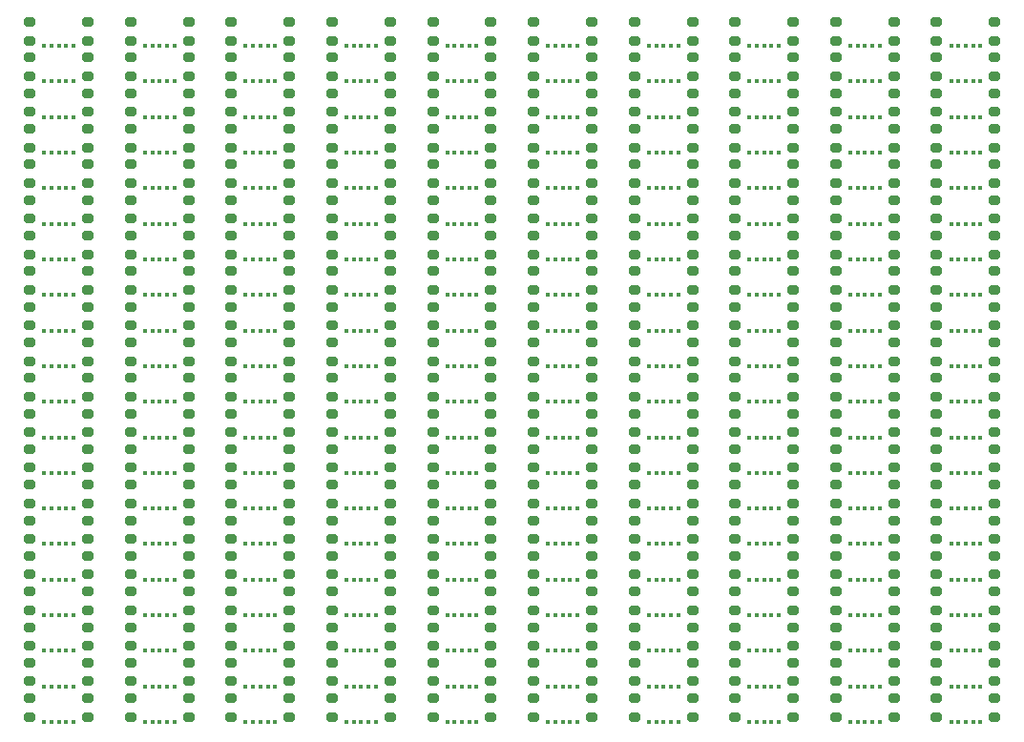
<source format=gbr>
%TF.GenerationSoftware,KiCad,Pcbnew,(6.0.11)*%
%TF.CreationDate,2023-04-11T15:55:55+08:00*%
%TF.ProjectId,MicroUSB2TypeCPanelization,4d696372-6f55-4534-9232-547970654350,rev?*%
%TF.SameCoordinates,Original*%
%TF.FileFunction,Paste,Bot*%
%TF.FilePolarity,Positive*%
%FSLAX46Y46*%
G04 Gerber Fmt 4.6, Leading zero omitted, Abs format (unit mm)*
G04 Created by KiCad (PCBNEW (6.0.11)) date 2023-04-11 15:55:55*
%MOMM*%
%LPD*%
G01*
G04 APERTURE LIST*
G04 Aperture macros list*
%AMRoundRect*
0 Rectangle with rounded corners*
0 $1 Rounding radius*
0 $2 $3 $4 $5 $6 $7 $8 $9 X,Y pos of 4 corners*
0 Add a 4 corners polygon primitive as box body*
4,1,4,$2,$3,$4,$5,$6,$7,$8,$9,$2,$3,0*
0 Add four circle primitives for the rounded corners*
1,1,$1+$1,$2,$3*
1,1,$1+$1,$4,$5*
1,1,$1+$1,$6,$7*
1,1,$1+$1,$8,$9*
0 Add four rect primitives between the rounded corners*
20,1,$1+$1,$2,$3,$4,$5,0*
20,1,$1+$1,$4,$5,$6,$7,0*
20,1,$1+$1,$6,$7,$8,$9,0*
20,1,$1+$1,$8,$9,$2,$3,0*%
G04 Aperture macros list end*
%ADD10R,0.400000X0.400000*%
%ADD11RoundRect,0.200000X0.275000X-0.200000X0.275000X0.200000X-0.275000X0.200000X-0.275000X-0.200000X0*%
G04 APERTURE END LIST*
D10*
%TO.C,J2*%
X227242000Y-142420000D03*
X227892000Y-142420000D03*
X228542000Y-142420000D03*
X229192000Y-142420000D03*
X229842000Y-142420000D03*
%TD*%
D11*
%TO.C,R2*%
X231110000Y-141965000D03*
X231110000Y-140315000D03*
%TD*%
%TO.C,R1*%
X225960000Y-141965000D03*
X225960000Y-140315000D03*
%TD*%
%TO.C,R1*%
X217020000Y-141965000D03*
X217020000Y-140315000D03*
%TD*%
D10*
%TO.C,J2*%
X218302000Y-142420000D03*
X218952000Y-142420000D03*
X219602000Y-142420000D03*
X220252000Y-142420000D03*
X220902000Y-142420000D03*
%TD*%
D11*
%TO.C,R2*%
X222170000Y-141965000D03*
X222170000Y-140315000D03*
%TD*%
D10*
%TO.C,J2*%
X209362000Y-142420000D03*
X210012000Y-142420000D03*
X210662000Y-142420000D03*
X211312000Y-142420000D03*
X211962000Y-142420000D03*
%TD*%
D11*
%TO.C,R2*%
X213230000Y-141965000D03*
X213230000Y-140315000D03*
%TD*%
%TO.C,R1*%
X208080000Y-141965000D03*
X208080000Y-140315000D03*
%TD*%
%TO.C,R2*%
X204290000Y-141965000D03*
X204290000Y-140315000D03*
%TD*%
D10*
%TO.C,J2*%
X200422000Y-142420000D03*
X201072000Y-142420000D03*
X201722000Y-142420000D03*
X202372000Y-142420000D03*
X203022000Y-142420000D03*
%TD*%
D11*
%TO.C,R1*%
X199140000Y-141965000D03*
X199140000Y-140315000D03*
%TD*%
D10*
%TO.C,J2*%
X191482000Y-142420000D03*
X192132000Y-142420000D03*
X192782000Y-142420000D03*
X193432000Y-142420000D03*
X194082000Y-142420000D03*
%TD*%
D11*
%TO.C,R2*%
X195350000Y-141965000D03*
X195350000Y-140315000D03*
%TD*%
%TO.C,R1*%
X190200000Y-141965000D03*
X190200000Y-140315000D03*
%TD*%
D10*
%TO.C,J2*%
X182542000Y-142420000D03*
X183192000Y-142420000D03*
X183842000Y-142420000D03*
X184492000Y-142420000D03*
X185142000Y-142420000D03*
%TD*%
D11*
%TO.C,R2*%
X186410000Y-141965000D03*
X186410000Y-140315000D03*
%TD*%
%TO.C,R1*%
X181260000Y-141965000D03*
X181260000Y-140315000D03*
%TD*%
D10*
%TO.C,J2*%
X173602000Y-142420000D03*
X174252000Y-142420000D03*
X174902000Y-142420000D03*
X175552000Y-142420000D03*
X176202000Y-142420000D03*
%TD*%
D11*
%TO.C,R2*%
X177470000Y-141965000D03*
X177470000Y-140315000D03*
%TD*%
%TO.C,R1*%
X172320000Y-141965000D03*
X172320000Y-140315000D03*
%TD*%
D10*
%TO.C,J2*%
X164662000Y-142420000D03*
X165312000Y-142420000D03*
X165962000Y-142420000D03*
X166612000Y-142420000D03*
X167262000Y-142420000D03*
%TD*%
D11*
%TO.C,R2*%
X168530000Y-141965000D03*
X168530000Y-140315000D03*
%TD*%
%TO.C,R1*%
X163380000Y-141965000D03*
X163380000Y-140315000D03*
%TD*%
%TO.C,R1*%
X154440000Y-141965000D03*
X154440000Y-140315000D03*
%TD*%
D10*
%TO.C,J2*%
X155722000Y-142420000D03*
X156372000Y-142420000D03*
X157022000Y-142420000D03*
X157672000Y-142420000D03*
X158322000Y-142420000D03*
%TD*%
D11*
%TO.C,R2*%
X159590000Y-141965000D03*
X159590000Y-140315000D03*
%TD*%
D10*
%TO.C,J2*%
X146782000Y-142420000D03*
X147432000Y-142420000D03*
X148082000Y-142420000D03*
X148732000Y-142420000D03*
X149382000Y-142420000D03*
%TD*%
D11*
%TO.C,R2*%
X150650000Y-141965000D03*
X150650000Y-140315000D03*
%TD*%
%TO.C,R1*%
X145500000Y-141965000D03*
X145500000Y-140315000D03*
%TD*%
D10*
%TO.C,J2*%
X227242000Y-139260000D03*
X227892000Y-139260000D03*
X228542000Y-139260000D03*
X229192000Y-139260000D03*
X229842000Y-139260000D03*
%TD*%
D11*
%TO.C,R2*%
X231110000Y-138805000D03*
X231110000Y-137155000D03*
%TD*%
%TO.C,R1*%
X225960000Y-138805000D03*
X225960000Y-137155000D03*
%TD*%
%TO.C,R2*%
X222170000Y-138805000D03*
X222170000Y-137155000D03*
%TD*%
D10*
%TO.C,J2*%
X218302000Y-139260000D03*
X218952000Y-139260000D03*
X219602000Y-139260000D03*
X220252000Y-139260000D03*
X220902000Y-139260000D03*
%TD*%
D11*
%TO.C,R1*%
X217020000Y-138805000D03*
X217020000Y-137155000D03*
%TD*%
D10*
%TO.C,J2*%
X209362000Y-139260000D03*
X210012000Y-139260000D03*
X210662000Y-139260000D03*
X211312000Y-139260000D03*
X211962000Y-139260000D03*
%TD*%
D11*
%TO.C,R1*%
X208080000Y-138805000D03*
X208080000Y-137155000D03*
%TD*%
%TO.C,R2*%
X213230000Y-138805000D03*
X213230000Y-137155000D03*
%TD*%
%TO.C,R2*%
X204290000Y-138805000D03*
X204290000Y-137155000D03*
%TD*%
D10*
%TO.C,J2*%
X200422000Y-139260000D03*
X201072000Y-139260000D03*
X201722000Y-139260000D03*
X202372000Y-139260000D03*
X203022000Y-139260000D03*
%TD*%
D11*
%TO.C,R1*%
X199140000Y-138805000D03*
X199140000Y-137155000D03*
%TD*%
D10*
%TO.C,J2*%
X191482000Y-139260000D03*
X192132000Y-139260000D03*
X192782000Y-139260000D03*
X193432000Y-139260000D03*
X194082000Y-139260000D03*
%TD*%
D11*
%TO.C,R1*%
X190200000Y-138805000D03*
X190200000Y-137155000D03*
%TD*%
%TO.C,R2*%
X195350000Y-138805000D03*
X195350000Y-137155000D03*
%TD*%
%TO.C,R1*%
X181260000Y-138805000D03*
X181260000Y-137155000D03*
%TD*%
D10*
%TO.C,J2*%
X182542000Y-139260000D03*
X183192000Y-139260000D03*
X183842000Y-139260000D03*
X184492000Y-139260000D03*
X185142000Y-139260000D03*
%TD*%
D11*
%TO.C,R2*%
X186410000Y-138805000D03*
X186410000Y-137155000D03*
%TD*%
D10*
%TO.C,J2*%
X173602000Y-139260000D03*
X174252000Y-139260000D03*
X174902000Y-139260000D03*
X175552000Y-139260000D03*
X176202000Y-139260000D03*
%TD*%
D11*
%TO.C,R2*%
X177470000Y-138805000D03*
X177470000Y-137155000D03*
%TD*%
%TO.C,R1*%
X172320000Y-138805000D03*
X172320000Y-137155000D03*
%TD*%
%TO.C,R2*%
X168530000Y-138805000D03*
X168530000Y-137155000D03*
%TD*%
%TO.C,R1*%
X163380000Y-138805000D03*
X163380000Y-137155000D03*
%TD*%
D10*
%TO.C,J2*%
X164662000Y-139260000D03*
X165312000Y-139260000D03*
X165962000Y-139260000D03*
X166612000Y-139260000D03*
X167262000Y-139260000D03*
%TD*%
D11*
%TO.C,R2*%
X159590000Y-138805000D03*
X159590000Y-137155000D03*
%TD*%
D10*
%TO.C,J2*%
X155722000Y-139260000D03*
X156372000Y-139260000D03*
X157022000Y-139260000D03*
X157672000Y-139260000D03*
X158322000Y-139260000D03*
%TD*%
D11*
%TO.C,R1*%
X154440000Y-138805000D03*
X154440000Y-137155000D03*
%TD*%
%TO.C,R2*%
X150650000Y-138805000D03*
X150650000Y-137155000D03*
%TD*%
%TO.C,R1*%
X145500000Y-138805000D03*
X145500000Y-137155000D03*
%TD*%
D10*
%TO.C,J2*%
X146782000Y-139260000D03*
X147432000Y-139260000D03*
X148082000Y-139260000D03*
X148732000Y-139260000D03*
X149382000Y-139260000D03*
%TD*%
%TO.C,J2*%
X227242000Y-136100000D03*
X227892000Y-136100000D03*
X228542000Y-136100000D03*
X229192000Y-136100000D03*
X229842000Y-136100000D03*
%TD*%
D11*
%TO.C,R2*%
X231110000Y-135645000D03*
X231110000Y-133995000D03*
%TD*%
%TO.C,R1*%
X225960000Y-135645000D03*
X225960000Y-133995000D03*
%TD*%
D10*
%TO.C,J2*%
X218302000Y-136100000D03*
X218952000Y-136100000D03*
X219602000Y-136100000D03*
X220252000Y-136100000D03*
X220902000Y-136100000D03*
%TD*%
D11*
%TO.C,R2*%
X222170000Y-135645000D03*
X222170000Y-133995000D03*
%TD*%
%TO.C,R1*%
X217020000Y-135645000D03*
X217020000Y-133995000D03*
%TD*%
%TO.C,R2*%
X213230000Y-135645000D03*
X213230000Y-133995000D03*
%TD*%
%TO.C,R1*%
X208080000Y-135645000D03*
X208080000Y-133995000D03*
%TD*%
D10*
%TO.C,J2*%
X209362000Y-136100000D03*
X210012000Y-136100000D03*
X210662000Y-136100000D03*
X211312000Y-136100000D03*
X211962000Y-136100000D03*
%TD*%
%TO.C,J2*%
X200422000Y-136100000D03*
X201072000Y-136100000D03*
X201722000Y-136100000D03*
X202372000Y-136100000D03*
X203022000Y-136100000D03*
%TD*%
D11*
%TO.C,R2*%
X204290000Y-135645000D03*
X204290000Y-133995000D03*
%TD*%
%TO.C,R1*%
X199140000Y-135645000D03*
X199140000Y-133995000D03*
%TD*%
D10*
%TO.C,J2*%
X191482000Y-136100000D03*
X192132000Y-136100000D03*
X192782000Y-136100000D03*
X193432000Y-136100000D03*
X194082000Y-136100000D03*
%TD*%
D11*
%TO.C,R1*%
X190200000Y-135645000D03*
X190200000Y-133995000D03*
%TD*%
%TO.C,R2*%
X195350000Y-135645000D03*
X195350000Y-133995000D03*
%TD*%
%TO.C,R2*%
X186410000Y-135645000D03*
X186410000Y-133995000D03*
%TD*%
%TO.C,R1*%
X181260000Y-135645000D03*
X181260000Y-133995000D03*
%TD*%
D10*
%TO.C,J2*%
X182542000Y-136100000D03*
X183192000Y-136100000D03*
X183842000Y-136100000D03*
X184492000Y-136100000D03*
X185142000Y-136100000D03*
%TD*%
%TO.C,J2*%
X173602000Y-136100000D03*
X174252000Y-136100000D03*
X174902000Y-136100000D03*
X175552000Y-136100000D03*
X176202000Y-136100000D03*
%TD*%
D11*
%TO.C,R1*%
X172320000Y-135645000D03*
X172320000Y-133995000D03*
%TD*%
%TO.C,R2*%
X177470000Y-135645000D03*
X177470000Y-133995000D03*
%TD*%
%TO.C,R2*%
X168530000Y-135645000D03*
X168530000Y-133995000D03*
%TD*%
%TO.C,R1*%
X163380000Y-135645000D03*
X163380000Y-133995000D03*
%TD*%
D10*
%TO.C,J2*%
X164662000Y-136100000D03*
X165312000Y-136100000D03*
X165962000Y-136100000D03*
X166612000Y-136100000D03*
X167262000Y-136100000D03*
%TD*%
%TO.C,J2*%
X155722000Y-136100000D03*
X156372000Y-136100000D03*
X157022000Y-136100000D03*
X157672000Y-136100000D03*
X158322000Y-136100000D03*
%TD*%
D11*
%TO.C,R1*%
X154440000Y-135645000D03*
X154440000Y-133995000D03*
%TD*%
%TO.C,R2*%
X159590000Y-135645000D03*
X159590000Y-133995000D03*
%TD*%
D10*
%TO.C,J2*%
X146782000Y-136100000D03*
X147432000Y-136100000D03*
X148082000Y-136100000D03*
X148732000Y-136100000D03*
X149382000Y-136100000D03*
%TD*%
D11*
%TO.C,R1*%
X145500000Y-135645000D03*
X145500000Y-133995000D03*
%TD*%
%TO.C,R2*%
X150650000Y-135645000D03*
X150650000Y-133995000D03*
%TD*%
%TO.C,R1*%
X225960000Y-132485000D03*
X225960000Y-130835000D03*
%TD*%
D10*
%TO.C,J2*%
X227242000Y-132940000D03*
X227892000Y-132940000D03*
X228542000Y-132940000D03*
X229192000Y-132940000D03*
X229842000Y-132940000D03*
%TD*%
D11*
%TO.C,R2*%
X231110000Y-132485000D03*
X231110000Y-130835000D03*
%TD*%
%TO.C,R2*%
X222170000Y-132485000D03*
X222170000Y-130835000D03*
%TD*%
%TO.C,R1*%
X217020000Y-132485000D03*
X217020000Y-130835000D03*
%TD*%
D10*
%TO.C,J2*%
X218302000Y-132940000D03*
X218952000Y-132940000D03*
X219602000Y-132940000D03*
X220252000Y-132940000D03*
X220902000Y-132940000D03*
%TD*%
D11*
%TO.C,R1*%
X208080000Y-132485000D03*
X208080000Y-130835000D03*
%TD*%
D10*
%TO.C,J2*%
X209362000Y-132940000D03*
X210012000Y-132940000D03*
X210662000Y-132940000D03*
X211312000Y-132940000D03*
X211962000Y-132940000D03*
%TD*%
D11*
%TO.C,R2*%
X213230000Y-132485000D03*
X213230000Y-130835000D03*
%TD*%
%TO.C,R2*%
X204290000Y-132485000D03*
X204290000Y-130835000D03*
%TD*%
%TO.C,R1*%
X199140000Y-132485000D03*
X199140000Y-130835000D03*
%TD*%
D10*
%TO.C,J2*%
X200422000Y-132940000D03*
X201072000Y-132940000D03*
X201722000Y-132940000D03*
X202372000Y-132940000D03*
X203022000Y-132940000D03*
%TD*%
D11*
%TO.C,R2*%
X195350000Y-132485000D03*
X195350000Y-130835000D03*
%TD*%
%TO.C,R1*%
X190200000Y-132485000D03*
X190200000Y-130835000D03*
%TD*%
D10*
%TO.C,J2*%
X191482000Y-132940000D03*
X192132000Y-132940000D03*
X192782000Y-132940000D03*
X193432000Y-132940000D03*
X194082000Y-132940000D03*
%TD*%
%TO.C,J2*%
X182542000Y-132940000D03*
X183192000Y-132940000D03*
X183842000Y-132940000D03*
X184492000Y-132940000D03*
X185142000Y-132940000D03*
%TD*%
D11*
%TO.C,R1*%
X181260000Y-132485000D03*
X181260000Y-130835000D03*
%TD*%
%TO.C,R2*%
X186410000Y-132485000D03*
X186410000Y-130835000D03*
%TD*%
D10*
%TO.C,J2*%
X173602000Y-132940000D03*
X174252000Y-132940000D03*
X174902000Y-132940000D03*
X175552000Y-132940000D03*
X176202000Y-132940000D03*
%TD*%
D11*
%TO.C,R2*%
X177470000Y-132485000D03*
X177470000Y-130835000D03*
%TD*%
%TO.C,R1*%
X172320000Y-132485000D03*
X172320000Y-130835000D03*
%TD*%
%TO.C,R1*%
X163380000Y-132485000D03*
X163380000Y-130835000D03*
%TD*%
D10*
%TO.C,J2*%
X164662000Y-132940000D03*
X165312000Y-132940000D03*
X165962000Y-132940000D03*
X166612000Y-132940000D03*
X167262000Y-132940000D03*
%TD*%
D11*
%TO.C,R2*%
X168530000Y-132485000D03*
X168530000Y-130835000D03*
%TD*%
D10*
%TO.C,J2*%
X155722000Y-132940000D03*
X156372000Y-132940000D03*
X157022000Y-132940000D03*
X157672000Y-132940000D03*
X158322000Y-132940000D03*
%TD*%
D11*
%TO.C,R2*%
X159590000Y-132485000D03*
X159590000Y-130835000D03*
%TD*%
%TO.C,R1*%
X154440000Y-132485000D03*
X154440000Y-130835000D03*
%TD*%
D10*
%TO.C,J2*%
X146782000Y-132940000D03*
X147432000Y-132940000D03*
X148082000Y-132940000D03*
X148732000Y-132940000D03*
X149382000Y-132940000D03*
%TD*%
D11*
%TO.C,R1*%
X145500000Y-132485000D03*
X145500000Y-130835000D03*
%TD*%
%TO.C,R2*%
X150650000Y-132485000D03*
X150650000Y-130835000D03*
%TD*%
D10*
%TO.C,J2*%
X227242000Y-129780000D03*
X227892000Y-129780000D03*
X228542000Y-129780000D03*
X229192000Y-129780000D03*
X229842000Y-129780000D03*
%TD*%
D11*
%TO.C,R2*%
X231110000Y-129325000D03*
X231110000Y-127675000D03*
%TD*%
%TO.C,R1*%
X225960000Y-129325000D03*
X225960000Y-127675000D03*
%TD*%
D10*
%TO.C,J2*%
X218302000Y-129780000D03*
X218952000Y-129780000D03*
X219602000Y-129780000D03*
X220252000Y-129780000D03*
X220902000Y-129780000D03*
%TD*%
D11*
%TO.C,R1*%
X217020000Y-129325000D03*
X217020000Y-127675000D03*
%TD*%
%TO.C,R2*%
X222170000Y-129325000D03*
X222170000Y-127675000D03*
%TD*%
D10*
%TO.C,J2*%
X209362000Y-129780000D03*
X210012000Y-129780000D03*
X210662000Y-129780000D03*
X211312000Y-129780000D03*
X211962000Y-129780000D03*
%TD*%
D11*
%TO.C,R2*%
X213230000Y-129325000D03*
X213230000Y-127675000D03*
%TD*%
%TO.C,R1*%
X208080000Y-129325000D03*
X208080000Y-127675000D03*
%TD*%
D10*
%TO.C,J2*%
X200422000Y-129780000D03*
X201072000Y-129780000D03*
X201722000Y-129780000D03*
X202372000Y-129780000D03*
X203022000Y-129780000D03*
%TD*%
D11*
%TO.C,R2*%
X204290000Y-129325000D03*
X204290000Y-127675000D03*
%TD*%
%TO.C,R1*%
X199140000Y-129325000D03*
X199140000Y-127675000D03*
%TD*%
D10*
%TO.C,J2*%
X191482000Y-129780000D03*
X192132000Y-129780000D03*
X192782000Y-129780000D03*
X193432000Y-129780000D03*
X194082000Y-129780000D03*
%TD*%
D11*
%TO.C,R2*%
X195350000Y-129325000D03*
X195350000Y-127675000D03*
%TD*%
%TO.C,R1*%
X190200000Y-129325000D03*
X190200000Y-127675000D03*
%TD*%
D10*
%TO.C,J2*%
X182542000Y-129780000D03*
X183192000Y-129780000D03*
X183842000Y-129780000D03*
X184492000Y-129780000D03*
X185142000Y-129780000D03*
%TD*%
D11*
%TO.C,R2*%
X186410000Y-129325000D03*
X186410000Y-127675000D03*
%TD*%
%TO.C,R1*%
X181260000Y-129325000D03*
X181260000Y-127675000D03*
%TD*%
%TO.C,R2*%
X177470000Y-129325000D03*
X177470000Y-127675000D03*
%TD*%
%TO.C,R1*%
X172320000Y-129325000D03*
X172320000Y-127675000D03*
%TD*%
D10*
%TO.C,J2*%
X173602000Y-129780000D03*
X174252000Y-129780000D03*
X174902000Y-129780000D03*
X175552000Y-129780000D03*
X176202000Y-129780000D03*
%TD*%
D11*
%TO.C,R2*%
X168530000Y-129325000D03*
X168530000Y-127675000D03*
%TD*%
%TO.C,R1*%
X163380000Y-129325000D03*
X163380000Y-127675000D03*
%TD*%
D10*
%TO.C,J2*%
X164662000Y-129780000D03*
X165312000Y-129780000D03*
X165962000Y-129780000D03*
X166612000Y-129780000D03*
X167262000Y-129780000D03*
%TD*%
D11*
%TO.C,R2*%
X159590000Y-129325000D03*
X159590000Y-127675000D03*
%TD*%
%TO.C,R1*%
X154440000Y-129325000D03*
X154440000Y-127675000D03*
%TD*%
D10*
%TO.C,J2*%
X155722000Y-129780000D03*
X156372000Y-129780000D03*
X157022000Y-129780000D03*
X157672000Y-129780000D03*
X158322000Y-129780000D03*
%TD*%
%TO.C,J2*%
X146782000Y-129780000D03*
X147432000Y-129780000D03*
X148082000Y-129780000D03*
X148732000Y-129780000D03*
X149382000Y-129780000D03*
%TD*%
D11*
%TO.C,R1*%
X145500000Y-129325000D03*
X145500000Y-127675000D03*
%TD*%
%TO.C,R2*%
X150650000Y-129325000D03*
X150650000Y-127675000D03*
%TD*%
%TO.C,R1*%
X225960000Y-126165000D03*
X225960000Y-124515000D03*
%TD*%
D10*
%TO.C,J2*%
X227242000Y-126620000D03*
X227892000Y-126620000D03*
X228542000Y-126620000D03*
X229192000Y-126620000D03*
X229842000Y-126620000D03*
%TD*%
D11*
%TO.C,R2*%
X231110000Y-126165000D03*
X231110000Y-124515000D03*
%TD*%
%TO.C,R1*%
X217020000Y-126165000D03*
X217020000Y-124515000D03*
%TD*%
D10*
%TO.C,J2*%
X218302000Y-126620000D03*
X218952000Y-126620000D03*
X219602000Y-126620000D03*
X220252000Y-126620000D03*
X220902000Y-126620000D03*
%TD*%
D11*
%TO.C,R2*%
X222170000Y-126165000D03*
X222170000Y-124515000D03*
%TD*%
%TO.C,R1*%
X208080000Y-126165000D03*
X208080000Y-124515000D03*
%TD*%
D10*
%TO.C,J2*%
X209362000Y-126620000D03*
X210012000Y-126620000D03*
X210662000Y-126620000D03*
X211312000Y-126620000D03*
X211962000Y-126620000D03*
%TD*%
D11*
%TO.C,R2*%
X213230000Y-126165000D03*
X213230000Y-124515000D03*
%TD*%
%TO.C,R2*%
X204290000Y-126165000D03*
X204290000Y-124515000D03*
%TD*%
%TO.C,R1*%
X199140000Y-126165000D03*
X199140000Y-124515000D03*
%TD*%
D10*
%TO.C,J2*%
X200422000Y-126620000D03*
X201072000Y-126620000D03*
X201722000Y-126620000D03*
X202372000Y-126620000D03*
X203022000Y-126620000D03*
%TD*%
%TO.C,J2*%
X191482000Y-126620000D03*
X192132000Y-126620000D03*
X192782000Y-126620000D03*
X193432000Y-126620000D03*
X194082000Y-126620000D03*
%TD*%
D11*
%TO.C,R2*%
X195350000Y-126165000D03*
X195350000Y-124515000D03*
%TD*%
%TO.C,R1*%
X190200000Y-126165000D03*
X190200000Y-124515000D03*
%TD*%
%TO.C,R1*%
X181260000Y-126165000D03*
X181260000Y-124515000D03*
%TD*%
%TO.C,R2*%
X186410000Y-126165000D03*
X186410000Y-124515000D03*
%TD*%
D10*
%TO.C,J2*%
X182542000Y-126620000D03*
X183192000Y-126620000D03*
X183842000Y-126620000D03*
X184492000Y-126620000D03*
X185142000Y-126620000D03*
%TD*%
D11*
%TO.C,R2*%
X177470000Y-126165000D03*
X177470000Y-124515000D03*
%TD*%
%TO.C,R1*%
X172320000Y-126165000D03*
X172320000Y-124515000D03*
%TD*%
D10*
%TO.C,J2*%
X173602000Y-126620000D03*
X174252000Y-126620000D03*
X174902000Y-126620000D03*
X175552000Y-126620000D03*
X176202000Y-126620000D03*
%TD*%
%TO.C,J2*%
X164662000Y-126620000D03*
X165312000Y-126620000D03*
X165962000Y-126620000D03*
X166612000Y-126620000D03*
X167262000Y-126620000D03*
%TD*%
D11*
%TO.C,R2*%
X168530000Y-126165000D03*
X168530000Y-124515000D03*
%TD*%
%TO.C,R1*%
X163380000Y-126165000D03*
X163380000Y-124515000D03*
%TD*%
%TO.C,R1*%
X154440000Y-126165000D03*
X154440000Y-124515000D03*
%TD*%
D10*
%TO.C,J2*%
X155722000Y-126620000D03*
X156372000Y-126620000D03*
X157022000Y-126620000D03*
X157672000Y-126620000D03*
X158322000Y-126620000D03*
%TD*%
D11*
%TO.C,R2*%
X159590000Y-126165000D03*
X159590000Y-124515000D03*
%TD*%
D10*
%TO.C,J2*%
X146782000Y-126620000D03*
X147432000Y-126620000D03*
X148082000Y-126620000D03*
X148732000Y-126620000D03*
X149382000Y-126620000D03*
%TD*%
D11*
%TO.C,R2*%
X150650000Y-126165000D03*
X150650000Y-124515000D03*
%TD*%
%TO.C,R1*%
X145500000Y-126165000D03*
X145500000Y-124515000D03*
%TD*%
D10*
%TO.C,J2*%
X227242000Y-123460000D03*
X227892000Y-123460000D03*
X228542000Y-123460000D03*
X229192000Y-123460000D03*
X229842000Y-123460000D03*
%TD*%
D11*
%TO.C,R2*%
X231110000Y-123005000D03*
X231110000Y-121355000D03*
%TD*%
%TO.C,R1*%
X225960000Y-123005000D03*
X225960000Y-121355000D03*
%TD*%
D10*
%TO.C,J2*%
X218302000Y-123460000D03*
X218952000Y-123460000D03*
X219602000Y-123460000D03*
X220252000Y-123460000D03*
X220902000Y-123460000D03*
%TD*%
D11*
%TO.C,R1*%
X217020000Y-123005000D03*
X217020000Y-121355000D03*
%TD*%
%TO.C,R2*%
X222170000Y-123005000D03*
X222170000Y-121355000D03*
%TD*%
D10*
%TO.C,J2*%
X209362000Y-123460000D03*
X210012000Y-123460000D03*
X210662000Y-123460000D03*
X211312000Y-123460000D03*
X211962000Y-123460000D03*
%TD*%
D11*
%TO.C,R2*%
X213230000Y-123005000D03*
X213230000Y-121355000D03*
%TD*%
%TO.C,R1*%
X208080000Y-123005000D03*
X208080000Y-121355000D03*
%TD*%
D10*
%TO.C,J2*%
X200422000Y-123460000D03*
X201072000Y-123460000D03*
X201722000Y-123460000D03*
X202372000Y-123460000D03*
X203022000Y-123460000D03*
%TD*%
D11*
%TO.C,R2*%
X204290000Y-123005000D03*
X204290000Y-121355000D03*
%TD*%
%TO.C,R1*%
X199140000Y-123005000D03*
X199140000Y-121355000D03*
%TD*%
D10*
%TO.C,J2*%
X191482000Y-123460000D03*
X192132000Y-123460000D03*
X192782000Y-123460000D03*
X193432000Y-123460000D03*
X194082000Y-123460000D03*
%TD*%
D11*
%TO.C,R2*%
X195350000Y-123005000D03*
X195350000Y-121355000D03*
%TD*%
%TO.C,R1*%
X190200000Y-123005000D03*
X190200000Y-121355000D03*
%TD*%
%TO.C,R1*%
X181260000Y-123005000D03*
X181260000Y-121355000D03*
%TD*%
D10*
%TO.C,J2*%
X182542000Y-123460000D03*
X183192000Y-123460000D03*
X183842000Y-123460000D03*
X184492000Y-123460000D03*
X185142000Y-123460000D03*
%TD*%
D11*
%TO.C,R2*%
X186410000Y-123005000D03*
X186410000Y-121355000D03*
%TD*%
%TO.C,R1*%
X172320000Y-123005000D03*
X172320000Y-121355000D03*
%TD*%
D10*
%TO.C,J2*%
X173602000Y-123460000D03*
X174252000Y-123460000D03*
X174902000Y-123460000D03*
X175552000Y-123460000D03*
X176202000Y-123460000D03*
%TD*%
D11*
%TO.C,R2*%
X177470000Y-123005000D03*
X177470000Y-121355000D03*
%TD*%
%TO.C,R1*%
X163380000Y-123005000D03*
X163380000Y-121355000D03*
%TD*%
%TO.C,R2*%
X168530000Y-123005000D03*
X168530000Y-121355000D03*
%TD*%
D10*
%TO.C,J2*%
X164662000Y-123460000D03*
X165312000Y-123460000D03*
X165962000Y-123460000D03*
X166612000Y-123460000D03*
X167262000Y-123460000D03*
%TD*%
D11*
%TO.C,R2*%
X159590000Y-123005000D03*
X159590000Y-121355000D03*
%TD*%
D10*
%TO.C,J2*%
X155722000Y-123460000D03*
X156372000Y-123460000D03*
X157022000Y-123460000D03*
X157672000Y-123460000D03*
X158322000Y-123460000D03*
%TD*%
D11*
%TO.C,R1*%
X154440000Y-123005000D03*
X154440000Y-121355000D03*
%TD*%
D10*
%TO.C,J2*%
X146782000Y-123460000D03*
X147432000Y-123460000D03*
X148082000Y-123460000D03*
X148732000Y-123460000D03*
X149382000Y-123460000D03*
%TD*%
D11*
%TO.C,R1*%
X145500000Y-123005000D03*
X145500000Y-121355000D03*
%TD*%
%TO.C,R2*%
X150650000Y-123005000D03*
X150650000Y-121355000D03*
%TD*%
%TO.C,R1*%
X225960000Y-119845000D03*
X225960000Y-118195000D03*
%TD*%
D10*
%TO.C,J2*%
X227242000Y-120300000D03*
X227892000Y-120300000D03*
X228542000Y-120300000D03*
X229192000Y-120300000D03*
X229842000Y-120300000D03*
%TD*%
D11*
%TO.C,R2*%
X231110000Y-119845000D03*
X231110000Y-118195000D03*
%TD*%
%TO.C,R2*%
X222170000Y-119845000D03*
X222170000Y-118195000D03*
%TD*%
%TO.C,R1*%
X217020000Y-119845000D03*
X217020000Y-118195000D03*
%TD*%
D10*
%TO.C,J2*%
X218302000Y-120300000D03*
X218952000Y-120300000D03*
X219602000Y-120300000D03*
X220252000Y-120300000D03*
X220902000Y-120300000D03*
%TD*%
D11*
%TO.C,R1*%
X208080000Y-119845000D03*
X208080000Y-118195000D03*
%TD*%
%TO.C,R2*%
X213230000Y-119845000D03*
X213230000Y-118195000D03*
%TD*%
D10*
%TO.C,J2*%
X209362000Y-120300000D03*
X210012000Y-120300000D03*
X210662000Y-120300000D03*
X211312000Y-120300000D03*
X211962000Y-120300000D03*
%TD*%
%TO.C,J2*%
X200422000Y-120300000D03*
X201072000Y-120300000D03*
X201722000Y-120300000D03*
X202372000Y-120300000D03*
X203022000Y-120300000D03*
%TD*%
D11*
%TO.C,R2*%
X204290000Y-119845000D03*
X204290000Y-118195000D03*
%TD*%
%TO.C,R1*%
X199140000Y-119845000D03*
X199140000Y-118195000D03*
%TD*%
%TO.C,R2*%
X195350000Y-119845000D03*
X195350000Y-118195000D03*
%TD*%
D10*
%TO.C,J2*%
X191482000Y-120300000D03*
X192132000Y-120300000D03*
X192782000Y-120300000D03*
X193432000Y-120300000D03*
X194082000Y-120300000D03*
%TD*%
D11*
%TO.C,R1*%
X190200000Y-119845000D03*
X190200000Y-118195000D03*
%TD*%
D10*
%TO.C,J2*%
X182542000Y-120300000D03*
X183192000Y-120300000D03*
X183842000Y-120300000D03*
X184492000Y-120300000D03*
X185142000Y-120300000D03*
%TD*%
D11*
%TO.C,R2*%
X186410000Y-119845000D03*
X186410000Y-118195000D03*
%TD*%
%TO.C,R1*%
X181260000Y-119845000D03*
X181260000Y-118195000D03*
%TD*%
D10*
%TO.C,J2*%
X173602000Y-120300000D03*
X174252000Y-120300000D03*
X174902000Y-120300000D03*
X175552000Y-120300000D03*
X176202000Y-120300000D03*
%TD*%
D11*
%TO.C,R2*%
X177470000Y-119845000D03*
X177470000Y-118195000D03*
%TD*%
%TO.C,R1*%
X172320000Y-119845000D03*
X172320000Y-118195000D03*
%TD*%
%TO.C,R2*%
X168530000Y-119845000D03*
X168530000Y-118195000D03*
%TD*%
%TO.C,R1*%
X163380000Y-119845000D03*
X163380000Y-118195000D03*
%TD*%
D10*
%TO.C,J2*%
X164662000Y-120300000D03*
X165312000Y-120300000D03*
X165962000Y-120300000D03*
X166612000Y-120300000D03*
X167262000Y-120300000D03*
%TD*%
D11*
%TO.C,R2*%
X159590000Y-119845000D03*
X159590000Y-118195000D03*
%TD*%
%TO.C,R1*%
X154440000Y-119845000D03*
X154440000Y-118195000D03*
%TD*%
D10*
%TO.C,J2*%
X155722000Y-120300000D03*
X156372000Y-120300000D03*
X157022000Y-120300000D03*
X157672000Y-120300000D03*
X158322000Y-120300000D03*
%TD*%
D11*
%TO.C,R2*%
X150650000Y-119845000D03*
X150650000Y-118195000D03*
%TD*%
%TO.C,R1*%
X145500000Y-119845000D03*
X145500000Y-118195000D03*
%TD*%
D10*
%TO.C,J2*%
X146782000Y-120300000D03*
X147432000Y-120300000D03*
X148082000Y-120300000D03*
X148732000Y-120300000D03*
X149382000Y-120300000D03*
%TD*%
%TO.C,J2*%
X227242000Y-117140000D03*
X227892000Y-117140000D03*
X228542000Y-117140000D03*
X229192000Y-117140000D03*
X229842000Y-117140000D03*
%TD*%
D11*
%TO.C,R2*%
X231110000Y-116685000D03*
X231110000Y-115035000D03*
%TD*%
%TO.C,R1*%
X225960000Y-116685000D03*
X225960000Y-115035000D03*
%TD*%
%TO.C,R2*%
X222170000Y-116685000D03*
X222170000Y-115035000D03*
%TD*%
%TO.C,R1*%
X217020000Y-116685000D03*
X217020000Y-115035000D03*
%TD*%
D10*
%TO.C,J2*%
X218302000Y-117140000D03*
X218952000Y-117140000D03*
X219602000Y-117140000D03*
X220252000Y-117140000D03*
X220902000Y-117140000D03*
%TD*%
D11*
%TO.C,R2*%
X213230000Y-116685000D03*
X213230000Y-115035000D03*
%TD*%
%TO.C,R1*%
X208080000Y-116685000D03*
X208080000Y-115035000D03*
%TD*%
D10*
%TO.C,J2*%
X209362000Y-117140000D03*
X210012000Y-117140000D03*
X210662000Y-117140000D03*
X211312000Y-117140000D03*
X211962000Y-117140000D03*
%TD*%
D11*
%TO.C,R1*%
X199140000Y-116685000D03*
X199140000Y-115035000D03*
%TD*%
%TO.C,R2*%
X204290000Y-116685000D03*
X204290000Y-115035000D03*
%TD*%
D10*
%TO.C,J2*%
X200422000Y-117140000D03*
X201072000Y-117140000D03*
X201722000Y-117140000D03*
X202372000Y-117140000D03*
X203022000Y-117140000D03*
%TD*%
D11*
%TO.C,R2*%
X195350000Y-116685000D03*
X195350000Y-115035000D03*
%TD*%
%TO.C,R1*%
X190200000Y-116685000D03*
X190200000Y-115035000D03*
%TD*%
D10*
%TO.C,J2*%
X191482000Y-117140000D03*
X192132000Y-117140000D03*
X192782000Y-117140000D03*
X193432000Y-117140000D03*
X194082000Y-117140000D03*
%TD*%
%TO.C,J2*%
X182542000Y-117140000D03*
X183192000Y-117140000D03*
X183842000Y-117140000D03*
X184492000Y-117140000D03*
X185142000Y-117140000D03*
%TD*%
D11*
%TO.C,R1*%
X181260000Y-116685000D03*
X181260000Y-115035000D03*
%TD*%
%TO.C,R2*%
X186410000Y-116685000D03*
X186410000Y-115035000D03*
%TD*%
D10*
%TO.C,J2*%
X173602000Y-117140000D03*
X174252000Y-117140000D03*
X174902000Y-117140000D03*
X175552000Y-117140000D03*
X176202000Y-117140000D03*
%TD*%
D11*
%TO.C,R1*%
X172320000Y-116685000D03*
X172320000Y-115035000D03*
%TD*%
%TO.C,R2*%
X177470000Y-116685000D03*
X177470000Y-115035000D03*
%TD*%
D10*
%TO.C,J2*%
X164662000Y-117140000D03*
X165312000Y-117140000D03*
X165962000Y-117140000D03*
X166612000Y-117140000D03*
X167262000Y-117140000D03*
%TD*%
D11*
%TO.C,R2*%
X168530000Y-116685000D03*
X168530000Y-115035000D03*
%TD*%
%TO.C,R1*%
X163380000Y-116685000D03*
X163380000Y-115035000D03*
%TD*%
D10*
%TO.C,J2*%
X155722000Y-117140000D03*
X156372000Y-117140000D03*
X157022000Y-117140000D03*
X157672000Y-117140000D03*
X158322000Y-117140000D03*
%TD*%
D11*
%TO.C,R2*%
X159590000Y-116685000D03*
X159590000Y-115035000D03*
%TD*%
%TO.C,R1*%
X154440000Y-116685000D03*
X154440000Y-115035000D03*
%TD*%
D10*
%TO.C,J2*%
X146782000Y-117140000D03*
X147432000Y-117140000D03*
X148082000Y-117140000D03*
X148732000Y-117140000D03*
X149382000Y-117140000D03*
%TD*%
D11*
%TO.C,R2*%
X150650000Y-116685000D03*
X150650000Y-115035000D03*
%TD*%
%TO.C,R1*%
X145500000Y-116685000D03*
X145500000Y-115035000D03*
%TD*%
D10*
%TO.C,J2*%
X227242000Y-113980000D03*
X227892000Y-113980000D03*
X228542000Y-113980000D03*
X229192000Y-113980000D03*
X229842000Y-113980000D03*
%TD*%
D11*
%TO.C,R1*%
X225960000Y-113525000D03*
X225960000Y-111875000D03*
%TD*%
%TO.C,R2*%
X231110000Y-113525000D03*
X231110000Y-111875000D03*
%TD*%
%TO.C,R1*%
X217020000Y-113525000D03*
X217020000Y-111875000D03*
%TD*%
%TO.C,R2*%
X222170000Y-113525000D03*
X222170000Y-111875000D03*
%TD*%
D10*
%TO.C,J2*%
X218302000Y-113980000D03*
X218952000Y-113980000D03*
X219602000Y-113980000D03*
X220252000Y-113980000D03*
X220902000Y-113980000D03*
%TD*%
%TO.C,J2*%
X209362000Y-113980000D03*
X210012000Y-113980000D03*
X210662000Y-113980000D03*
X211312000Y-113980000D03*
X211962000Y-113980000D03*
%TD*%
D11*
%TO.C,R2*%
X213230000Y-113525000D03*
X213230000Y-111875000D03*
%TD*%
%TO.C,R1*%
X208080000Y-113525000D03*
X208080000Y-111875000D03*
%TD*%
%TO.C,R1*%
X199140000Y-113525000D03*
X199140000Y-111875000D03*
%TD*%
D10*
%TO.C,J2*%
X200422000Y-113980000D03*
X201072000Y-113980000D03*
X201722000Y-113980000D03*
X202372000Y-113980000D03*
X203022000Y-113980000D03*
%TD*%
D11*
%TO.C,R2*%
X204290000Y-113525000D03*
X204290000Y-111875000D03*
%TD*%
D10*
%TO.C,J2*%
X191482000Y-113980000D03*
X192132000Y-113980000D03*
X192782000Y-113980000D03*
X193432000Y-113980000D03*
X194082000Y-113980000D03*
%TD*%
D11*
%TO.C,R1*%
X190200000Y-113525000D03*
X190200000Y-111875000D03*
%TD*%
%TO.C,R2*%
X195350000Y-113525000D03*
X195350000Y-111875000D03*
%TD*%
D10*
%TO.C,J2*%
X182542000Y-113980000D03*
X183192000Y-113980000D03*
X183842000Y-113980000D03*
X184492000Y-113980000D03*
X185142000Y-113980000D03*
%TD*%
D11*
%TO.C,R1*%
X181260000Y-113525000D03*
X181260000Y-111875000D03*
%TD*%
%TO.C,R2*%
X186410000Y-113525000D03*
X186410000Y-111875000D03*
%TD*%
D10*
%TO.C,J2*%
X173602000Y-113980000D03*
X174252000Y-113980000D03*
X174902000Y-113980000D03*
X175552000Y-113980000D03*
X176202000Y-113980000D03*
%TD*%
D11*
%TO.C,R1*%
X172320000Y-113525000D03*
X172320000Y-111875000D03*
%TD*%
%TO.C,R2*%
X177470000Y-113525000D03*
X177470000Y-111875000D03*
%TD*%
%TO.C,R1*%
X163380000Y-113525000D03*
X163380000Y-111875000D03*
%TD*%
D10*
%TO.C,J2*%
X164662000Y-113980000D03*
X165312000Y-113980000D03*
X165962000Y-113980000D03*
X166612000Y-113980000D03*
X167262000Y-113980000D03*
%TD*%
D11*
%TO.C,R2*%
X168530000Y-113525000D03*
X168530000Y-111875000D03*
%TD*%
%TO.C,R2*%
X159590000Y-113525000D03*
X159590000Y-111875000D03*
%TD*%
%TO.C,R1*%
X154440000Y-113525000D03*
X154440000Y-111875000D03*
%TD*%
D10*
%TO.C,J2*%
X155722000Y-113980000D03*
X156372000Y-113980000D03*
X157022000Y-113980000D03*
X157672000Y-113980000D03*
X158322000Y-113980000D03*
%TD*%
D11*
%TO.C,R2*%
X150650000Y-113525000D03*
X150650000Y-111875000D03*
%TD*%
%TO.C,R1*%
X145500000Y-113525000D03*
X145500000Y-111875000D03*
%TD*%
D10*
%TO.C,J2*%
X146782000Y-113980000D03*
X147432000Y-113980000D03*
X148082000Y-113980000D03*
X148732000Y-113980000D03*
X149382000Y-113980000D03*
%TD*%
D11*
%TO.C,R1*%
X225960000Y-110365000D03*
X225960000Y-108715000D03*
%TD*%
%TO.C,R2*%
X231110000Y-110365000D03*
X231110000Y-108715000D03*
%TD*%
D10*
%TO.C,J2*%
X227242000Y-110820000D03*
X227892000Y-110820000D03*
X228542000Y-110820000D03*
X229192000Y-110820000D03*
X229842000Y-110820000D03*
%TD*%
%TO.C,J2*%
X218302000Y-110820000D03*
X218952000Y-110820000D03*
X219602000Y-110820000D03*
X220252000Y-110820000D03*
X220902000Y-110820000D03*
%TD*%
D11*
%TO.C,R1*%
X217020000Y-110365000D03*
X217020000Y-108715000D03*
%TD*%
%TO.C,R2*%
X222170000Y-110365000D03*
X222170000Y-108715000D03*
%TD*%
D10*
%TO.C,J2*%
X209362000Y-110820000D03*
X210012000Y-110820000D03*
X210662000Y-110820000D03*
X211312000Y-110820000D03*
X211962000Y-110820000D03*
%TD*%
D11*
%TO.C,R1*%
X208080000Y-110365000D03*
X208080000Y-108715000D03*
%TD*%
%TO.C,R2*%
X213230000Y-110365000D03*
X213230000Y-108715000D03*
%TD*%
%TO.C,R1*%
X199140000Y-110365000D03*
X199140000Y-108715000D03*
%TD*%
D10*
%TO.C,J2*%
X200422000Y-110820000D03*
X201072000Y-110820000D03*
X201722000Y-110820000D03*
X202372000Y-110820000D03*
X203022000Y-110820000D03*
%TD*%
D11*
%TO.C,R2*%
X204290000Y-110365000D03*
X204290000Y-108715000D03*
%TD*%
D10*
%TO.C,J2*%
X191482000Y-110820000D03*
X192132000Y-110820000D03*
X192782000Y-110820000D03*
X193432000Y-110820000D03*
X194082000Y-110820000D03*
%TD*%
D11*
%TO.C,R1*%
X190200000Y-110365000D03*
X190200000Y-108715000D03*
%TD*%
%TO.C,R2*%
X195350000Y-110365000D03*
X195350000Y-108715000D03*
%TD*%
D10*
%TO.C,J2*%
X182542000Y-110820000D03*
X183192000Y-110820000D03*
X183842000Y-110820000D03*
X184492000Y-110820000D03*
X185142000Y-110820000D03*
%TD*%
D11*
%TO.C,R2*%
X186410000Y-110365000D03*
X186410000Y-108715000D03*
%TD*%
%TO.C,R1*%
X181260000Y-110365000D03*
X181260000Y-108715000D03*
%TD*%
D10*
%TO.C,J2*%
X173602000Y-110820000D03*
X174252000Y-110820000D03*
X174902000Y-110820000D03*
X175552000Y-110820000D03*
X176202000Y-110820000D03*
%TD*%
D11*
%TO.C,R1*%
X172320000Y-110365000D03*
X172320000Y-108715000D03*
%TD*%
%TO.C,R2*%
X177470000Y-110365000D03*
X177470000Y-108715000D03*
%TD*%
D10*
%TO.C,J2*%
X164662000Y-110820000D03*
X165312000Y-110820000D03*
X165962000Y-110820000D03*
X166612000Y-110820000D03*
X167262000Y-110820000D03*
%TD*%
D11*
%TO.C,R2*%
X168530000Y-110365000D03*
X168530000Y-108715000D03*
%TD*%
%TO.C,R1*%
X163380000Y-110365000D03*
X163380000Y-108715000D03*
%TD*%
D10*
%TO.C,J2*%
X155722000Y-110820000D03*
X156372000Y-110820000D03*
X157022000Y-110820000D03*
X157672000Y-110820000D03*
X158322000Y-110820000D03*
%TD*%
D11*
%TO.C,R2*%
X159590000Y-110365000D03*
X159590000Y-108715000D03*
%TD*%
%TO.C,R1*%
X154440000Y-110365000D03*
X154440000Y-108715000D03*
%TD*%
D10*
%TO.C,J2*%
X146782000Y-110820000D03*
X147432000Y-110820000D03*
X148082000Y-110820000D03*
X148732000Y-110820000D03*
X149382000Y-110820000D03*
%TD*%
D11*
%TO.C,R2*%
X150650000Y-110365000D03*
X150650000Y-108715000D03*
%TD*%
%TO.C,R1*%
X145500000Y-110365000D03*
X145500000Y-108715000D03*
%TD*%
D10*
%TO.C,J2*%
X227242000Y-107660000D03*
X227892000Y-107660000D03*
X228542000Y-107660000D03*
X229192000Y-107660000D03*
X229842000Y-107660000D03*
%TD*%
D11*
%TO.C,R2*%
X231110000Y-107205000D03*
X231110000Y-105555000D03*
%TD*%
%TO.C,R1*%
X225960000Y-107205000D03*
X225960000Y-105555000D03*
%TD*%
D10*
%TO.C,J2*%
X218302000Y-107660000D03*
X218952000Y-107660000D03*
X219602000Y-107660000D03*
X220252000Y-107660000D03*
X220902000Y-107660000D03*
%TD*%
D11*
%TO.C,R1*%
X217020000Y-107205000D03*
X217020000Y-105555000D03*
%TD*%
%TO.C,R2*%
X222170000Y-107205000D03*
X222170000Y-105555000D03*
%TD*%
D10*
%TO.C,J2*%
X209362000Y-107660000D03*
X210012000Y-107660000D03*
X210662000Y-107660000D03*
X211312000Y-107660000D03*
X211962000Y-107660000D03*
%TD*%
D11*
%TO.C,R2*%
X213230000Y-107205000D03*
X213230000Y-105555000D03*
%TD*%
%TO.C,R1*%
X208080000Y-107205000D03*
X208080000Y-105555000D03*
%TD*%
%TO.C,R2*%
X204290000Y-107205000D03*
X204290000Y-105555000D03*
%TD*%
%TO.C,R1*%
X199140000Y-107205000D03*
X199140000Y-105555000D03*
%TD*%
D10*
%TO.C,J2*%
X200422000Y-107660000D03*
X201072000Y-107660000D03*
X201722000Y-107660000D03*
X202372000Y-107660000D03*
X203022000Y-107660000D03*
%TD*%
D11*
%TO.C,R1*%
X190200000Y-107205000D03*
X190200000Y-105555000D03*
%TD*%
%TO.C,R2*%
X195350000Y-107205000D03*
X195350000Y-105555000D03*
%TD*%
D10*
%TO.C,J2*%
X191482000Y-107660000D03*
X192132000Y-107660000D03*
X192782000Y-107660000D03*
X193432000Y-107660000D03*
X194082000Y-107660000D03*
%TD*%
%TO.C,J2*%
X182542000Y-107660000D03*
X183192000Y-107660000D03*
X183842000Y-107660000D03*
X184492000Y-107660000D03*
X185142000Y-107660000D03*
%TD*%
D11*
%TO.C,R2*%
X186410000Y-107205000D03*
X186410000Y-105555000D03*
%TD*%
%TO.C,R1*%
X181260000Y-107205000D03*
X181260000Y-105555000D03*
%TD*%
%TO.C,R1*%
X172320000Y-107205000D03*
X172320000Y-105555000D03*
%TD*%
%TO.C,R2*%
X177470000Y-107205000D03*
X177470000Y-105555000D03*
%TD*%
D10*
%TO.C,J2*%
X173602000Y-107660000D03*
X174252000Y-107660000D03*
X174902000Y-107660000D03*
X175552000Y-107660000D03*
X176202000Y-107660000D03*
%TD*%
%TO.C,J2*%
X164662000Y-107660000D03*
X165312000Y-107660000D03*
X165962000Y-107660000D03*
X166612000Y-107660000D03*
X167262000Y-107660000D03*
%TD*%
D11*
%TO.C,R2*%
X168530000Y-107205000D03*
X168530000Y-105555000D03*
%TD*%
%TO.C,R1*%
X163380000Y-107205000D03*
X163380000Y-105555000D03*
%TD*%
%TO.C,R2*%
X159590000Y-107205000D03*
X159590000Y-105555000D03*
%TD*%
D10*
%TO.C,J2*%
X155722000Y-107660000D03*
X156372000Y-107660000D03*
X157022000Y-107660000D03*
X157672000Y-107660000D03*
X158322000Y-107660000D03*
%TD*%
D11*
%TO.C,R1*%
X154440000Y-107205000D03*
X154440000Y-105555000D03*
%TD*%
D10*
%TO.C,J2*%
X146782000Y-107660000D03*
X147432000Y-107660000D03*
X148082000Y-107660000D03*
X148732000Y-107660000D03*
X149382000Y-107660000D03*
%TD*%
D11*
%TO.C,R1*%
X145500000Y-107205000D03*
X145500000Y-105555000D03*
%TD*%
%TO.C,R2*%
X150650000Y-107205000D03*
X150650000Y-105555000D03*
%TD*%
D10*
%TO.C,J2*%
X227242000Y-104500000D03*
X227892000Y-104500000D03*
X228542000Y-104500000D03*
X229192000Y-104500000D03*
X229842000Y-104500000D03*
%TD*%
D11*
%TO.C,R2*%
X231110000Y-104045000D03*
X231110000Y-102395000D03*
%TD*%
%TO.C,R1*%
X225960000Y-104045000D03*
X225960000Y-102395000D03*
%TD*%
D10*
%TO.C,J2*%
X218302000Y-104500000D03*
X218952000Y-104500000D03*
X219602000Y-104500000D03*
X220252000Y-104500000D03*
X220902000Y-104500000D03*
%TD*%
D11*
%TO.C,R2*%
X222170000Y-104045000D03*
X222170000Y-102395000D03*
%TD*%
%TO.C,R1*%
X217020000Y-104045000D03*
X217020000Y-102395000D03*
%TD*%
%TO.C,R1*%
X208080000Y-104045000D03*
X208080000Y-102395000D03*
%TD*%
D10*
%TO.C,J2*%
X209362000Y-104500000D03*
X210012000Y-104500000D03*
X210662000Y-104500000D03*
X211312000Y-104500000D03*
X211962000Y-104500000D03*
%TD*%
D11*
%TO.C,R2*%
X213230000Y-104045000D03*
X213230000Y-102395000D03*
%TD*%
%TO.C,R2*%
X204290000Y-104045000D03*
X204290000Y-102395000D03*
%TD*%
%TO.C,R1*%
X199140000Y-104045000D03*
X199140000Y-102395000D03*
%TD*%
D10*
%TO.C,J2*%
X200422000Y-104500000D03*
X201072000Y-104500000D03*
X201722000Y-104500000D03*
X202372000Y-104500000D03*
X203022000Y-104500000D03*
%TD*%
D11*
%TO.C,R2*%
X195350000Y-104045000D03*
X195350000Y-102395000D03*
%TD*%
%TO.C,R1*%
X190200000Y-104045000D03*
X190200000Y-102395000D03*
%TD*%
D10*
%TO.C,J2*%
X191482000Y-104500000D03*
X192132000Y-104500000D03*
X192782000Y-104500000D03*
X193432000Y-104500000D03*
X194082000Y-104500000D03*
%TD*%
D11*
%TO.C,R1*%
X181260000Y-104045000D03*
X181260000Y-102395000D03*
%TD*%
D10*
%TO.C,J2*%
X182542000Y-104500000D03*
X183192000Y-104500000D03*
X183842000Y-104500000D03*
X184492000Y-104500000D03*
X185142000Y-104500000D03*
%TD*%
D11*
%TO.C,R2*%
X186410000Y-104045000D03*
X186410000Y-102395000D03*
%TD*%
D10*
%TO.C,J2*%
X173602000Y-104500000D03*
X174252000Y-104500000D03*
X174902000Y-104500000D03*
X175552000Y-104500000D03*
X176202000Y-104500000D03*
%TD*%
D11*
%TO.C,R2*%
X177470000Y-104045000D03*
X177470000Y-102395000D03*
%TD*%
%TO.C,R1*%
X172320000Y-104045000D03*
X172320000Y-102395000D03*
%TD*%
D10*
%TO.C,J2*%
X164662000Y-104500000D03*
X165312000Y-104500000D03*
X165962000Y-104500000D03*
X166612000Y-104500000D03*
X167262000Y-104500000D03*
%TD*%
D11*
%TO.C,R2*%
X168530000Y-104045000D03*
X168530000Y-102395000D03*
%TD*%
%TO.C,R1*%
X163380000Y-104045000D03*
X163380000Y-102395000D03*
%TD*%
D10*
%TO.C,J2*%
X155722000Y-104500000D03*
X156372000Y-104500000D03*
X157022000Y-104500000D03*
X157672000Y-104500000D03*
X158322000Y-104500000D03*
%TD*%
D11*
%TO.C,R2*%
X159590000Y-104045000D03*
X159590000Y-102395000D03*
%TD*%
%TO.C,R1*%
X154440000Y-104045000D03*
X154440000Y-102395000D03*
%TD*%
%TO.C,R1*%
X145500000Y-104045000D03*
X145500000Y-102395000D03*
%TD*%
D10*
%TO.C,J2*%
X146782000Y-104500000D03*
X147432000Y-104500000D03*
X148082000Y-104500000D03*
X148732000Y-104500000D03*
X149382000Y-104500000D03*
%TD*%
D11*
%TO.C,R2*%
X150650000Y-104045000D03*
X150650000Y-102395000D03*
%TD*%
D10*
%TO.C,J2*%
X227242000Y-101340000D03*
X227892000Y-101340000D03*
X228542000Y-101340000D03*
X229192000Y-101340000D03*
X229842000Y-101340000D03*
%TD*%
D11*
%TO.C,R1*%
X225960000Y-100885000D03*
X225960000Y-99235000D03*
%TD*%
%TO.C,R2*%
X231110000Y-100885000D03*
X231110000Y-99235000D03*
%TD*%
%TO.C,R2*%
X222170000Y-100885000D03*
X222170000Y-99235000D03*
%TD*%
D10*
%TO.C,J2*%
X218302000Y-101340000D03*
X218952000Y-101340000D03*
X219602000Y-101340000D03*
X220252000Y-101340000D03*
X220902000Y-101340000D03*
%TD*%
D11*
%TO.C,R1*%
X217020000Y-100885000D03*
X217020000Y-99235000D03*
%TD*%
D10*
%TO.C,J2*%
X209362000Y-101340000D03*
X210012000Y-101340000D03*
X210662000Y-101340000D03*
X211312000Y-101340000D03*
X211962000Y-101340000D03*
%TD*%
D11*
%TO.C,R2*%
X213230000Y-100885000D03*
X213230000Y-99235000D03*
%TD*%
%TO.C,R1*%
X208080000Y-100885000D03*
X208080000Y-99235000D03*
%TD*%
%TO.C,R1*%
X199140000Y-100885000D03*
X199140000Y-99235000D03*
%TD*%
%TO.C,R2*%
X204290000Y-100885000D03*
X204290000Y-99235000D03*
%TD*%
D10*
%TO.C,J2*%
X200422000Y-101340000D03*
X201072000Y-101340000D03*
X201722000Y-101340000D03*
X202372000Y-101340000D03*
X203022000Y-101340000D03*
%TD*%
%TO.C,J2*%
X191482000Y-101340000D03*
X192132000Y-101340000D03*
X192782000Y-101340000D03*
X193432000Y-101340000D03*
X194082000Y-101340000D03*
%TD*%
D11*
%TO.C,R1*%
X190200000Y-100885000D03*
X190200000Y-99235000D03*
%TD*%
%TO.C,R2*%
X195350000Y-100885000D03*
X195350000Y-99235000D03*
%TD*%
D10*
%TO.C,J2*%
X182542000Y-101340000D03*
X183192000Y-101340000D03*
X183842000Y-101340000D03*
X184492000Y-101340000D03*
X185142000Y-101340000D03*
%TD*%
D11*
%TO.C,R2*%
X186410000Y-100885000D03*
X186410000Y-99235000D03*
%TD*%
%TO.C,R1*%
X181260000Y-100885000D03*
X181260000Y-99235000D03*
%TD*%
%TO.C,R1*%
X172320000Y-100885000D03*
X172320000Y-99235000D03*
%TD*%
%TO.C,R2*%
X177470000Y-100885000D03*
X177470000Y-99235000D03*
%TD*%
D10*
%TO.C,J2*%
X173602000Y-101340000D03*
X174252000Y-101340000D03*
X174902000Y-101340000D03*
X175552000Y-101340000D03*
X176202000Y-101340000D03*
%TD*%
%TO.C,J2*%
X164662000Y-101340000D03*
X165312000Y-101340000D03*
X165962000Y-101340000D03*
X166612000Y-101340000D03*
X167262000Y-101340000D03*
%TD*%
D11*
%TO.C,R2*%
X168530000Y-100885000D03*
X168530000Y-99235000D03*
%TD*%
%TO.C,R1*%
X163380000Y-100885000D03*
X163380000Y-99235000D03*
%TD*%
%TO.C,R1*%
X154440000Y-100885000D03*
X154440000Y-99235000D03*
%TD*%
D10*
%TO.C,J2*%
X155722000Y-101340000D03*
X156372000Y-101340000D03*
X157022000Y-101340000D03*
X157672000Y-101340000D03*
X158322000Y-101340000D03*
%TD*%
D11*
%TO.C,R2*%
X159590000Y-100885000D03*
X159590000Y-99235000D03*
%TD*%
D10*
%TO.C,J2*%
X146782000Y-101340000D03*
X147432000Y-101340000D03*
X148082000Y-101340000D03*
X148732000Y-101340000D03*
X149382000Y-101340000D03*
%TD*%
D11*
%TO.C,R2*%
X150650000Y-100885000D03*
X150650000Y-99235000D03*
%TD*%
%TO.C,R1*%
X145500000Y-100885000D03*
X145500000Y-99235000D03*
%TD*%
%TO.C,R2*%
X231110000Y-97725000D03*
X231110000Y-96075000D03*
%TD*%
%TO.C,R1*%
X225960000Y-97725000D03*
X225960000Y-96075000D03*
%TD*%
D10*
%TO.C,J2*%
X227242000Y-98180000D03*
X227892000Y-98180000D03*
X228542000Y-98180000D03*
X229192000Y-98180000D03*
X229842000Y-98180000D03*
%TD*%
D11*
%TO.C,R1*%
X217020000Y-97725000D03*
X217020000Y-96075000D03*
%TD*%
%TO.C,R2*%
X222170000Y-97725000D03*
X222170000Y-96075000D03*
%TD*%
D10*
%TO.C,J2*%
X218302000Y-98180000D03*
X218952000Y-98180000D03*
X219602000Y-98180000D03*
X220252000Y-98180000D03*
X220902000Y-98180000D03*
%TD*%
%TO.C,J2*%
X209362000Y-98180000D03*
X210012000Y-98180000D03*
X210662000Y-98180000D03*
X211312000Y-98180000D03*
X211962000Y-98180000D03*
%TD*%
D11*
%TO.C,R1*%
X208080000Y-97725000D03*
X208080000Y-96075000D03*
%TD*%
%TO.C,R2*%
X213230000Y-97725000D03*
X213230000Y-96075000D03*
%TD*%
%TO.C,R2*%
X204290000Y-97725000D03*
X204290000Y-96075000D03*
%TD*%
%TO.C,R1*%
X199140000Y-97725000D03*
X199140000Y-96075000D03*
%TD*%
D10*
%TO.C,J2*%
X200422000Y-98180000D03*
X201072000Y-98180000D03*
X201722000Y-98180000D03*
X202372000Y-98180000D03*
X203022000Y-98180000D03*
%TD*%
%TO.C,J2*%
X191482000Y-98180000D03*
X192132000Y-98180000D03*
X192782000Y-98180000D03*
X193432000Y-98180000D03*
X194082000Y-98180000D03*
%TD*%
D11*
%TO.C,R2*%
X195350000Y-97725000D03*
X195350000Y-96075000D03*
%TD*%
%TO.C,R1*%
X190200000Y-97725000D03*
X190200000Y-96075000D03*
%TD*%
D10*
%TO.C,J2*%
X182542000Y-98180000D03*
X183192000Y-98180000D03*
X183842000Y-98180000D03*
X184492000Y-98180000D03*
X185142000Y-98180000D03*
%TD*%
D11*
%TO.C,R1*%
X181260000Y-97725000D03*
X181260000Y-96075000D03*
%TD*%
%TO.C,R2*%
X186410000Y-97725000D03*
X186410000Y-96075000D03*
%TD*%
D10*
%TO.C,J2*%
X173602000Y-98180000D03*
X174252000Y-98180000D03*
X174902000Y-98180000D03*
X175552000Y-98180000D03*
X176202000Y-98180000D03*
%TD*%
D11*
%TO.C,R2*%
X177470000Y-97725000D03*
X177470000Y-96075000D03*
%TD*%
%TO.C,R1*%
X172320000Y-97725000D03*
X172320000Y-96075000D03*
%TD*%
%TO.C,R1*%
X163380000Y-97725000D03*
X163380000Y-96075000D03*
%TD*%
D10*
%TO.C,J2*%
X164662000Y-98180000D03*
X165312000Y-98180000D03*
X165962000Y-98180000D03*
X166612000Y-98180000D03*
X167262000Y-98180000D03*
%TD*%
D11*
%TO.C,R2*%
X168530000Y-97725000D03*
X168530000Y-96075000D03*
%TD*%
%TO.C,R2*%
X159590000Y-97725000D03*
X159590000Y-96075000D03*
%TD*%
%TO.C,R1*%
X154440000Y-97725000D03*
X154440000Y-96075000D03*
%TD*%
D10*
%TO.C,J2*%
X155722000Y-98180000D03*
X156372000Y-98180000D03*
X157022000Y-98180000D03*
X157672000Y-98180000D03*
X158322000Y-98180000D03*
%TD*%
%TO.C,J2*%
X146782000Y-98180000D03*
X147432000Y-98180000D03*
X148082000Y-98180000D03*
X148732000Y-98180000D03*
X149382000Y-98180000D03*
%TD*%
D11*
%TO.C,R1*%
X145500000Y-97725000D03*
X145500000Y-96075000D03*
%TD*%
%TO.C,R2*%
X150650000Y-97725000D03*
X150650000Y-96075000D03*
%TD*%
D10*
%TO.C,J2*%
X227242000Y-95020000D03*
X227892000Y-95020000D03*
X228542000Y-95020000D03*
X229192000Y-95020000D03*
X229842000Y-95020000D03*
%TD*%
D11*
%TO.C,R1*%
X225960000Y-94565000D03*
X225960000Y-92915000D03*
%TD*%
%TO.C,R2*%
X231110000Y-94565000D03*
X231110000Y-92915000D03*
%TD*%
D10*
%TO.C,J2*%
X218302000Y-95020000D03*
X218952000Y-95020000D03*
X219602000Y-95020000D03*
X220252000Y-95020000D03*
X220902000Y-95020000D03*
%TD*%
D11*
%TO.C,R1*%
X217020000Y-94565000D03*
X217020000Y-92915000D03*
%TD*%
%TO.C,R2*%
X222170000Y-94565000D03*
X222170000Y-92915000D03*
%TD*%
D10*
%TO.C,J2*%
X209362000Y-95020000D03*
X210012000Y-95020000D03*
X210662000Y-95020000D03*
X211312000Y-95020000D03*
X211962000Y-95020000D03*
%TD*%
D11*
%TO.C,R1*%
X208080000Y-94565000D03*
X208080000Y-92915000D03*
%TD*%
%TO.C,R2*%
X213230000Y-94565000D03*
X213230000Y-92915000D03*
%TD*%
%TO.C,R2*%
X204290000Y-94565000D03*
X204290000Y-92915000D03*
%TD*%
%TO.C,R1*%
X199140000Y-94565000D03*
X199140000Y-92915000D03*
%TD*%
D10*
%TO.C,J2*%
X200422000Y-95020000D03*
X201072000Y-95020000D03*
X201722000Y-95020000D03*
X202372000Y-95020000D03*
X203022000Y-95020000D03*
%TD*%
D11*
%TO.C,R1*%
X190200000Y-94565000D03*
X190200000Y-92915000D03*
%TD*%
D10*
%TO.C,J2*%
X191482000Y-95020000D03*
X192132000Y-95020000D03*
X192782000Y-95020000D03*
X193432000Y-95020000D03*
X194082000Y-95020000D03*
%TD*%
D11*
%TO.C,R2*%
X195350000Y-94565000D03*
X195350000Y-92915000D03*
%TD*%
D10*
%TO.C,J2*%
X182542000Y-95020000D03*
X183192000Y-95020000D03*
X183842000Y-95020000D03*
X184492000Y-95020000D03*
X185142000Y-95020000D03*
%TD*%
D11*
%TO.C,R1*%
X181260000Y-94565000D03*
X181260000Y-92915000D03*
%TD*%
%TO.C,R2*%
X186410000Y-94565000D03*
X186410000Y-92915000D03*
%TD*%
%TO.C,R2*%
X177470000Y-94565000D03*
X177470000Y-92915000D03*
%TD*%
%TO.C,R1*%
X172320000Y-94565000D03*
X172320000Y-92915000D03*
%TD*%
D10*
%TO.C,J2*%
X173602000Y-95020000D03*
X174252000Y-95020000D03*
X174902000Y-95020000D03*
X175552000Y-95020000D03*
X176202000Y-95020000D03*
%TD*%
D11*
%TO.C,R2*%
X168530000Y-94565000D03*
X168530000Y-92915000D03*
%TD*%
D10*
%TO.C,J2*%
X164662000Y-95020000D03*
X165312000Y-95020000D03*
X165962000Y-95020000D03*
X166612000Y-95020000D03*
X167262000Y-95020000D03*
%TD*%
D11*
%TO.C,R1*%
X163380000Y-94565000D03*
X163380000Y-92915000D03*
%TD*%
D10*
%TO.C,J2*%
X155722000Y-95020000D03*
X156372000Y-95020000D03*
X157022000Y-95020000D03*
X157672000Y-95020000D03*
X158322000Y-95020000D03*
%TD*%
D11*
%TO.C,R2*%
X159590000Y-94565000D03*
X159590000Y-92915000D03*
%TD*%
%TO.C,R1*%
X154440000Y-94565000D03*
X154440000Y-92915000D03*
%TD*%
D10*
%TO.C,J2*%
X146782000Y-95020000D03*
X147432000Y-95020000D03*
X148082000Y-95020000D03*
X148732000Y-95020000D03*
X149382000Y-95020000D03*
%TD*%
D11*
%TO.C,R1*%
X145500000Y-94565000D03*
X145500000Y-92915000D03*
%TD*%
%TO.C,R2*%
X150650000Y-94565000D03*
X150650000Y-92915000D03*
%TD*%
%TO.C,R2*%
X231110000Y-91405000D03*
X231110000Y-89755000D03*
%TD*%
%TO.C,R1*%
X225960000Y-91405000D03*
X225960000Y-89755000D03*
%TD*%
D10*
%TO.C,J2*%
X227242000Y-91860000D03*
X227892000Y-91860000D03*
X228542000Y-91860000D03*
X229192000Y-91860000D03*
X229842000Y-91860000D03*
%TD*%
%TO.C,J2*%
X218302000Y-91860000D03*
X218952000Y-91860000D03*
X219602000Y-91860000D03*
X220252000Y-91860000D03*
X220902000Y-91860000D03*
%TD*%
D11*
%TO.C,R2*%
X222170000Y-91405000D03*
X222170000Y-89755000D03*
%TD*%
%TO.C,R1*%
X217020000Y-91405000D03*
X217020000Y-89755000D03*
%TD*%
%TO.C,R2*%
X213230000Y-91405000D03*
X213230000Y-89755000D03*
%TD*%
%TO.C,R1*%
X208080000Y-91405000D03*
X208080000Y-89755000D03*
%TD*%
D10*
%TO.C,J2*%
X209362000Y-91860000D03*
X210012000Y-91860000D03*
X210662000Y-91860000D03*
X211312000Y-91860000D03*
X211962000Y-91860000D03*
%TD*%
D11*
%TO.C,R2*%
X204290000Y-91405000D03*
X204290000Y-89755000D03*
%TD*%
%TO.C,R1*%
X199140000Y-91405000D03*
X199140000Y-89755000D03*
%TD*%
D10*
%TO.C,J2*%
X200422000Y-91860000D03*
X201072000Y-91860000D03*
X201722000Y-91860000D03*
X202372000Y-91860000D03*
X203022000Y-91860000D03*
%TD*%
%TO.C,J2*%
X191482000Y-91860000D03*
X192132000Y-91860000D03*
X192782000Y-91860000D03*
X193432000Y-91860000D03*
X194082000Y-91860000D03*
%TD*%
D11*
%TO.C,R2*%
X195350000Y-91405000D03*
X195350000Y-89755000D03*
%TD*%
%TO.C,R1*%
X190200000Y-91405000D03*
X190200000Y-89755000D03*
%TD*%
%TO.C,R1*%
X181260000Y-91405000D03*
X181260000Y-89755000D03*
%TD*%
D10*
%TO.C,J2*%
X182542000Y-91860000D03*
X183192000Y-91860000D03*
X183842000Y-91860000D03*
X184492000Y-91860000D03*
X185142000Y-91860000D03*
%TD*%
D11*
%TO.C,R2*%
X186410000Y-91405000D03*
X186410000Y-89755000D03*
%TD*%
D10*
%TO.C,J2*%
X173602000Y-91860000D03*
X174252000Y-91860000D03*
X174902000Y-91860000D03*
X175552000Y-91860000D03*
X176202000Y-91860000D03*
%TD*%
D11*
%TO.C,R2*%
X177470000Y-91405000D03*
X177470000Y-89755000D03*
%TD*%
%TO.C,R1*%
X172320000Y-91405000D03*
X172320000Y-89755000D03*
%TD*%
%TO.C,R1*%
X163380000Y-91405000D03*
X163380000Y-89755000D03*
%TD*%
D10*
%TO.C,J2*%
X164662000Y-91860000D03*
X165312000Y-91860000D03*
X165962000Y-91860000D03*
X166612000Y-91860000D03*
X167262000Y-91860000D03*
%TD*%
D11*
%TO.C,R2*%
X168530000Y-91405000D03*
X168530000Y-89755000D03*
%TD*%
%TO.C,R2*%
X159590000Y-91405000D03*
X159590000Y-89755000D03*
%TD*%
%TO.C,R1*%
X154440000Y-91405000D03*
X154440000Y-89755000D03*
%TD*%
D10*
%TO.C,J2*%
X155722000Y-91860000D03*
X156372000Y-91860000D03*
X157022000Y-91860000D03*
X157672000Y-91860000D03*
X158322000Y-91860000D03*
%TD*%
D11*
%TO.C,R2*%
X150650000Y-91405000D03*
X150650000Y-89755000D03*
%TD*%
D10*
%TO.C,J2*%
X146782000Y-91860000D03*
X147432000Y-91860000D03*
X148082000Y-91860000D03*
X148732000Y-91860000D03*
X149382000Y-91860000D03*
%TD*%
D11*
%TO.C,R1*%
X145500000Y-91405000D03*
X145500000Y-89755000D03*
%TD*%
%TO.C,R2*%
X231110000Y-88245000D03*
X231110000Y-86595000D03*
%TD*%
%TO.C,R1*%
X225960000Y-88245000D03*
X225960000Y-86595000D03*
%TD*%
D10*
%TO.C,J2*%
X227242000Y-88700000D03*
X227892000Y-88700000D03*
X228542000Y-88700000D03*
X229192000Y-88700000D03*
X229842000Y-88700000D03*
%TD*%
D11*
%TO.C,R1*%
X217020000Y-88245000D03*
X217020000Y-86595000D03*
%TD*%
D10*
%TO.C,J2*%
X218302000Y-88700000D03*
X218952000Y-88700000D03*
X219602000Y-88700000D03*
X220252000Y-88700000D03*
X220902000Y-88700000D03*
%TD*%
D11*
%TO.C,R2*%
X222170000Y-88245000D03*
X222170000Y-86595000D03*
%TD*%
D10*
%TO.C,J2*%
X209362000Y-88700000D03*
X210012000Y-88700000D03*
X210662000Y-88700000D03*
X211312000Y-88700000D03*
X211962000Y-88700000D03*
%TD*%
D11*
%TO.C,R1*%
X208080000Y-88245000D03*
X208080000Y-86595000D03*
%TD*%
%TO.C,R2*%
X213230000Y-88245000D03*
X213230000Y-86595000D03*
%TD*%
D10*
%TO.C,J2*%
X200422000Y-88700000D03*
X201072000Y-88700000D03*
X201722000Y-88700000D03*
X202372000Y-88700000D03*
X203022000Y-88700000D03*
%TD*%
D11*
%TO.C,R2*%
X204290000Y-88245000D03*
X204290000Y-86595000D03*
%TD*%
%TO.C,R1*%
X199140000Y-88245000D03*
X199140000Y-86595000D03*
%TD*%
%TO.C,R2*%
X195350000Y-88245000D03*
X195350000Y-86595000D03*
%TD*%
D10*
%TO.C,J2*%
X191482000Y-88700000D03*
X192132000Y-88700000D03*
X192782000Y-88700000D03*
X193432000Y-88700000D03*
X194082000Y-88700000D03*
%TD*%
D11*
%TO.C,R1*%
X190200000Y-88245000D03*
X190200000Y-86595000D03*
%TD*%
%TO.C,R2*%
X186410000Y-88245000D03*
X186410000Y-86595000D03*
%TD*%
D10*
%TO.C,J2*%
X182542000Y-88700000D03*
X183192000Y-88700000D03*
X183842000Y-88700000D03*
X184492000Y-88700000D03*
X185142000Y-88700000D03*
%TD*%
D11*
%TO.C,R1*%
X181260000Y-88245000D03*
X181260000Y-86595000D03*
%TD*%
D10*
%TO.C,J2*%
X173602000Y-88700000D03*
X174252000Y-88700000D03*
X174902000Y-88700000D03*
X175552000Y-88700000D03*
X176202000Y-88700000D03*
%TD*%
D11*
%TO.C,R2*%
X177470000Y-88245000D03*
X177470000Y-86595000D03*
%TD*%
%TO.C,R1*%
X172320000Y-88245000D03*
X172320000Y-86595000D03*
%TD*%
D10*
%TO.C,J2*%
X164662000Y-88700000D03*
X165312000Y-88700000D03*
X165962000Y-88700000D03*
X166612000Y-88700000D03*
X167262000Y-88700000D03*
%TD*%
D11*
%TO.C,R1*%
X163380000Y-88245000D03*
X163380000Y-86595000D03*
%TD*%
%TO.C,R2*%
X168530000Y-88245000D03*
X168530000Y-86595000D03*
%TD*%
D10*
%TO.C,J2*%
X155722000Y-88700000D03*
X156372000Y-88700000D03*
X157022000Y-88700000D03*
X157672000Y-88700000D03*
X158322000Y-88700000D03*
%TD*%
D11*
%TO.C,R2*%
X159590000Y-88245000D03*
X159590000Y-86595000D03*
%TD*%
%TO.C,R1*%
X154440000Y-88245000D03*
X154440000Y-86595000D03*
%TD*%
%TO.C,R2*%
X150650000Y-88245000D03*
X150650000Y-86595000D03*
%TD*%
D10*
%TO.C,J2*%
X146782000Y-88700000D03*
X147432000Y-88700000D03*
X148082000Y-88700000D03*
X148732000Y-88700000D03*
X149382000Y-88700000D03*
%TD*%
D11*
%TO.C,R1*%
X145500000Y-88245000D03*
X145500000Y-86595000D03*
%TD*%
D10*
%TO.C,J2*%
X227242000Y-85540000D03*
X227892000Y-85540000D03*
X228542000Y-85540000D03*
X229192000Y-85540000D03*
X229842000Y-85540000D03*
%TD*%
D11*
%TO.C,R2*%
X231110000Y-85085000D03*
X231110000Y-83435000D03*
%TD*%
%TO.C,R1*%
X225960000Y-85085000D03*
X225960000Y-83435000D03*
%TD*%
D10*
%TO.C,J2*%
X218302000Y-85540000D03*
X218952000Y-85540000D03*
X219602000Y-85540000D03*
X220252000Y-85540000D03*
X220902000Y-85540000D03*
%TD*%
D11*
%TO.C,R1*%
X217020000Y-85085000D03*
X217020000Y-83435000D03*
%TD*%
%TO.C,R2*%
X222170000Y-85085000D03*
X222170000Y-83435000D03*
%TD*%
%TO.C,R2*%
X213230000Y-85085000D03*
X213230000Y-83435000D03*
%TD*%
%TO.C,R1*%
X208080000Y-85085000D03*
X208080000Y-83435000D03*
%TD*%
D10*
%TO.C,J2*%
X209362000Y-85540000D03*
X210012000Y-85540000D03*
X210662000Y-85540000D03*
X211312000Y-85540000D03*
X211962000Y-85540000D03*
%TD*%
D11*
%TO.C,R2*%
X204290000Y-85085000D03*
X204290000Y-83435000D03*
%TD*%
D10*
%TO.C,J2*%
X200422000Y-85540000D03*
X201072000Y-85540000D03*
X201722000Y-85540000D03*
X202372000Y-85540000D03*
X203022000Y-85540000D03*
%TD*%
D11*
%TO.C,R1*%
X199140000Y-85085000D03*
X199140000Y-83435000D03*
%TD*%
D10*
%TO.C,J2*%
X191482000Y-85540000D03*
X192132000Y-85540000D03*
X192782000Y-85540000D03*
X193432000Y-85540000D03*
X194082000Y-85540000D03*
%TD*%
D11*
%TO.C,R2*%
X195350000Y-85085000D03*
X195350000Y-83435000D03*
%TD*%
%TO.C,R1*%
X190200000Y-85085000D03*
X190200000Y-83435000D03*
%TD*%
D10*
%TO.C,J2*%
X182542000Y-85540000D03*
X183192000Y-85540000D03*
X183842000Y-85540000D03*
X184492000Y-85540000D03*
X185142000Y-85540000D03*
%TD*%
D11*
%TO.C,R1*%
X181260000Y-85085000D03*
X181260000Y-83435000D03*
%TD*%
%TO.C,R2*%
X186410000Y-85085000D03*
X186410000Y-83435000D03*
%TD*%
%TO.C,R2*%
X177470000Y-85085000D03*
X177470000Y-83435000D03*
%TD*%
%TO.C,R1*%
X172320000Y-85085000D03*
X172320000Y-83435000D03*
%TD*%
D10*
%TO.C,J2*%
X173602000Y-85540000D03*
X174252000Y-85540000D03*
X174902000Y-85540000D03*
X175552000Y-85540000D03*
X176202000Y-85540000D03*
%TD*%
%TO.C,J2*%
X164662000Y-85540000D03*
X165312000Y-85540000D03*
X165962000Y-85540000D03*
X166612000Y-85540000D03*
X167262000Y-85540000D03*
%TD*%
D11*
%TO.C,R1*%
X163380000Y-85085000D03*
X163380000Y-83435000D03*
%TD*%
%TO.C,R2*%
X168530000Y-85085000D03*
X168530000Y-83435000D03*
%TD*%
D10*
%TO.C,J2*%
X155722000Y-85540000D03*
X156372000Y-85540000D03*
X157022000Y-85540000D03*
X157672000Y-85540000D03*
X158322000Y-85540000D03*
%TD*%
D11*
%TO.C,R1*%
X154440000Y-85085000D03*
X154440000Y-83435000D03*
%TD*%
%TO.C,R2*%
X159590000Y-85085000D03*
X159590000Y-83435000D03*
%TD*%
%TO.C,R1*%
X145500000Y-85085000D03*
X145500000Y-83435000D03*
%TD*%
D10*
%TO.C,J2*%
X146782000Y-85540000D03*
X147432000Y-85540000D03*
X148082000Y-85540000D03*
X148732000Y-85540000D03*
X149382000Y-85540000D03*
%TD*%
D11*
%TO.C,R2*%
X150650000Y-85085000D03*
X150650000Y-83435000D03*
%TD*%
D10*
%TO.C,J2*%
X227242000Y-82380000D03*
X227892000Y-82380000D03*
X228542000Y-82380000D03*
X229192000Y-82380000D03*
X229842000Y-82380000D03*
%TD*%
D11*
%TO.C,R1*%
X225960000Y-81925000D03*
X225960000Y-80275000D03*
%TD*%
%TO.C,R2*%
X231110000Y-81925000D03*
X231110000Y-80275000D03*
%TD*%
D10*
%TO.C,J2*%
X218302000Y-82380000D03*
X218952000Y-82380000D03*
X219602000Y-82380000D03*
X220252000Y-82380000D03*
X220902000Y-82380000D03*
%TD*%
D11*
%TO.C,R1*%
X217020000Y-81925000D03*
X217020000Y-80275000D03*
%TD*%
%TO.C,R2*%
X222170000Y-81925000D03*
X222170000Y-80275000D03*
%TD*%
%TO.C,R1*%
X208080000Y-81925000D03*
X208080000Y-80275000D03*
%TD*%
%TO.C,R2*%
X213230000Y-81925000D03*
X213230000Y-80275000D03*
%TD*%
D10*
%TO.C,J2*%
X209362000Y-82380000D03*
X210012000Y-82380000D03*
X210662000Y-82380000D03*
X211312000Y-82380000D03*
X211962000Y-82380000D03*
%TD*%
%TO.C,J2*%
X200422000Y-82380000D03*
X201072000Y-82380000D03*
X201722000Y-82380000D03*
X202372000Y-82380000D03*
X203022000Y-82380000D03*
%TD*%
D11*
%TO.C,R2*%
X204290000Y-81925000D03*
X204290000Y-80275000D03*
%TD*%
%TO.C,R1*%
X199140000Y-81925000D03*
X199140000Y-80275000D03*
%TD*%
%TO.C,R1*%
X190200000Y-81925000D03*
X190200000Y-80275000D03*
%TD*%
D10*
%TO.C,J2*%
X191482000Y-82380000D03*
X192132000Y-82380000D03*
X192782000Y-82380000D03*
X193432000Y-82380000D03*
X194082000Y-82380000D03*
%TD*%
D11*
%TO.C,R2*%
X195350000Y-81925000D03*
X195350000Y-80275000D03*
%TD*%
%TO.C,R2*%
X186410000Y-81925000D03*
X186410000Y-80275000D03*
%TD*%
%TO.C,R1*%
X181260000Y-81925000D03*
X181260000Y-80275000D03*
%TD*%
D10*
%TO.C,J2*%
X182542000Y-82380000D03*
X183192000Y-82380000D03*
X183842000Y-82380000D03*
X184492000Y-82380000D03*
X185142000Y-82380000D03*
%TD*%
%TO.C,J2*%
X173602000Y-82380000D03*
X174252000Y-82380000D03*
X174902000Y-82380000D03*
X175552000Y-82380000D03*
X176202000Y-82380000D03*
%TD*%
D11*
%TO.C,R2*%
X177470000Y-81925000D03*
X177470000Y-80275000D03*
%TD*%
%TO.C,R1*%
X172320000Y-81925000D03*
X172320000Y-80275000D03*
%TD*%
%TO.C,R1*%
X163380000Y-81925000D03*
X163380000Y-80275000D03*
%TD*%
%TO.C,R2*%
X168530000Y-81925000D03*
X168530000Y-80275000D03*
%TD*%
D10*
%TO.C,J2*%
X164662000Y-82380000D03*
X165312000Y-82380000D03*
X165962000Y-82380000D03*
X166612000Y-82380000D03*
X167262000Y-82380000D03*
%TD*%
%TO.C,J2*%
X155722000Y-82380000D03*
X156372000Y-82380000D03*
X157022000Y-82380000D03*
X157672000Y-82380000D03*
X158322000Y-82380000D03*
%TD*%
D11*
%TO.C,R2*%
X159590000Y-81925000D03*
X159590000Y-80275000D03*
%TD*%
%TO.C,R1*%
X154440000Y-81925000D03*
X154440000Y-80275000D03*
%TD*%
D10*
%TO.C,J2*%
X146782000Y-82380000D03*
X147432000Y-82380000D03*
X148082000Y-82380000D03*
X148732000Y-82380000D03*
X149382000Y-82380000D03*
%TD*%
D11*
%TO.C,R1*%
X145500000Y-81925000D03*
X145500000Y-80275000D03*
%TD*%
%TO.C,R2*%
X150650000Y-81925000D03*
X150650000Y-80275000D03*
%TD*%
M02*

</source>
